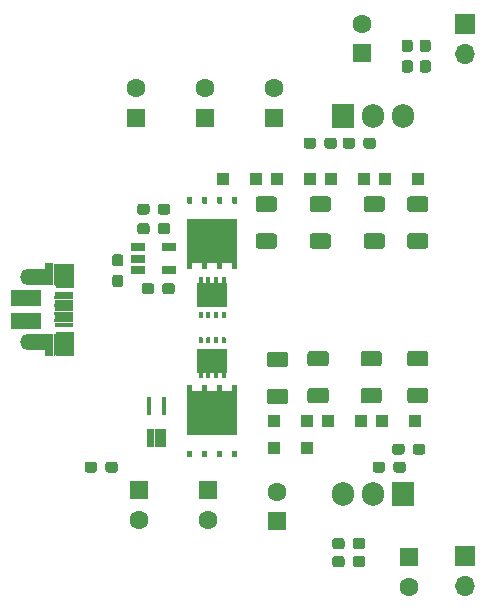
<source format=gts>
G04 #@! TF.GenerationSoftware,KiCad,Pcbnew,(5.1.10)-1*
G04 #@! TF.CreationDate,2022-01-06T01:02:44-05:00*
G04 #@! TF.ProjectId,Charge_Pump,43686172-6765-45f5-9075-6d702e6b6963,rev?*
G04 #@! TF.SameCoordinates,Original*
G04 #@! TF.FileFunction,Soldermask,Top*
G04 #@! TF.FilePolarity,Negative*
%FSLAX46Y46*%
G04 Gerber Fmt 4.6, Leading zero omitted, Abs format (unit mm)*
G04 Created by KiCad (PCBNEW (5.1.10)-1) date 2022-01-06 01:02:44*
%MOMM*%
%LPD*%
G01*
G04 APERTURE LIST*
%ADD10O,1.700000X1.700000*%
%ADD11R,1.700000X1.700000*%
%ADD12R,1.220000X0.650000*%
%ADD13C,1.600000*%
%ADD14R,1.600000X1.600000*%
%ADD15O,1.905000X2.000000*%
%ADD16R,1.905000X2.000000*%
%ADD17R,2.500000X1.430000*%
%ADD18O,1.700000X1.350000*%
%ADD19O,1.500000X1.100000*%
%ADD20R,1.650000X0.400000*%
%ADD21R,1.500000X2.000000*%
%ADD22R,0.700000X1.825000*%
%ADD23R,2.000000X1.350000*%
%ADD24R,1.100000X1.100000*%
%ADD25R,4.250000X3.820000*%
%ADD26R,2.590000X2.000000*%
%ADD27R,0.400000X1.500000*%
%ADD28C,0.100000*%
G04 APERTURE END LIST*
D10*
X195400000Y-127700000D03*
D11*
X195400000Y-125160000D03*
D12*
X170347000Y-98999000D03*
X170347000Y-100899000D03*
X167727000Y-100899000D03*
X167727000Y-99949000D03*
X167727000Y-98999000D03*
D13*
X173609000Y-122072000D03*
D14*
X173609000Y-119572000D03*
D10*
X195400000Y-82640000D03*
D11*
X195400000Y-80100000D03*
D15*
X185039000Y-119888000D03*
X187579000Y-119888000D03*
D16*
X190119000Y-119888000D03*
D15*
X190119000Y-87884000D03*
X187579000Y-87884000D03*
D16*
X185039000Y-87884000D03*
D17*
X158254000Y-105202000D03*
X158254000Y-103282000D03*
D18*
X158524000Y-106972000D03*
X158524000Y-101512000D03*
D19*
X161524000Y-106662000D03*
X161524000Y-101822000D03*
D20*
X161404000Y-105542000D03*
X161404000Y-104892000D03*
X161404000Y-104242000D03*
X161404000Y-103592000D03*
X161404000Y-102942000D03*
D21*
X161524000Y-107142000D03*
X161504000Y-101392000D03*
D22*
X160204000Y-107242000D03*
X160204000Y-101292000D03*
D23*
X159454000Y-101512000D03*
X159454000Y-106992000D03*
D24*
X188592000Y-93218000D03*
X191392000Y-93218000D03*
X191138000Y-113665000D03*
X188338000Y-113665000D03*
X184020000Y-93218000D03*
X186820000Y-93218000D03*
X186566000Y-113665000D03*
X183766000Y-113665000D03*
X179448000Y-93218000D03*
X182248000Y-93218000D03*
X181994000Y-113665000D03*
X179194000Y-113665000D03*
X179194000Y-115951000D03*
X181994000Y-115951000D03*
X174876000Y-93218000D03*
X177676000Y-93218000D03*
G36*
G01*
X190738999Y-97801000D02*
X192039001Y-97801000D01*
G75*
G02*
X192289000Y-98050999I0J-249999D01*
G01*
X192289000Y-98876001D01*
G75*
G02*
X192039001Y-99126000I-249999J0D01*
G01*
X190738999Y-99126000D01*
G75*
G02*
X190489000Y-98876001I0J249999D01*
G01*
X190489000Y-98050999D01*
G75*
G02*
X190738999Y-97801000I249999J0D01*
G01*
G37*
G36*
G01*
X190738999Y-94676000D02*
X192039001Y-94676000D01*
G75*
G02*
X192289000Y-94925999I0J-249999D01*
G01*
X192289000Y-95751001D01*
G75*
G02*
X192039001Y-96001000I-249999J0D01*
G01*
X190738999Y-96001000D01*
G75*
G02*
X190489000Y-95751001I0J249999D01*
G01*
X190489000Y-94925999D01*
G75*
G02*
X190738999Y-94676000I249999J0D01*
G01*
G37*
G36*
G01*
X190738999Y-110882000D02*
X192039001Y-110882000D01*
G75*
G02*
X192289000Y-111131999I0J-249999D01*
G01*
X192289000Y-111957001D01*
G75*
G02*
X192039001Y-112207000I-249999J0D01*
G01*
X190738999Y-112207000D01*
G75*
G02*
X190489000Y-111957001I0J249999D01*
G01*
X190489000Y-111131999D01*
G75*
G02*
X190738999Y-110882000I249999J0D01*
G01*
G37*
G36*
G01*
X190738999Y-107757000D02*
X192039001Y-107757000D01*
G75*
G02*
X192289000Y-108006999I0J-249999D01*
G01*
X192289000Y-108832001D01*
G75*
G02*
X192039001Y-109082000I-249999J0D01*
G01*
X190738999Y-109082000D01*
G75*
G02*
X190489000Y-108832001I0J249999D01*
G01*
X190489000Y-108006999D01*
G75*
G02*
X190738999Y-107757000I249999J0D01*
G01*
G37*
G36*
G01*
X187055999Y-97801000D02*
X188356001Y-97801000D01*
G75*
G02*
X188606000Y-98050999I0J-249999D01*
G01*
X188606000Y-98876001D01*
G75*
G02*
X188356001Y-99126000I-249999J0D01*
G01*
X187055999Y-99126000D01*
G75*
G02*
X186806000Y-98876001I0J249999D01*
G01*
X186806000Y-98050999D01*
G75*
G02*
X187055999Y-97801000I249999J0D01*
G01*
G37*
G36*
G01*
X187055999Y-94676000D02*
X188356001Y-94676000D01*
G75*
G02*
X188606000Y-94925999I0J-249999D01*
G01*
X188606000Y-95751001D01*
G75*
G02*
X188356001Y-96001000I-249999J0D01*
G01*
X187055999Y-96001000D01*
G75*
G02*
X186806000Y-95751001I0J249999D01*
G01*
X186806000Y-94925999D01*
G75*
G02*
X187055999Y-94676000I249999J0D01*
G01*
G37*
G36*
G01*
X186801999Y-110882000D02*
X188102001Y-110882000D01*
G75*
G02*
X188352000Y-111131999I0J-249999D01*
G01*
X188352000Y-111957001D01*
G75*
G02*
X188102001Y-112207000I-249999J0D01*
G01*
X186801999Y-112207000D01*
G75*
G02*
X186552000Y-111957001I0J249999D01*
G01*
X186552000Y-111131999D01*
G75*
G02*
X186801999Y-110882000I249999J0D01*
G01*
G37*
G36*
G01*
X186801999Y-107757000D02*
X188102001Y-107757000D01*
G75*
G02*
X188352000Y-108006999I0J-249999D01*
G01*
X188352000Y-108832001D01*
G75*
G02*
X188102001Y-109082000I-249999J0D01*
G01*
X186801999Y-109082000D01*
G75*
G02*
X186552000Y-108832001I0J249999D01*
G01*
X186552000Y-108006999D01*
G75*
G02*
X186801999Y-107757000I249999J0D01*
G01*
G37*
G36*
G01*
X182483999Y-97801000D02*
X183784001Y-97801000D01*
G75*
G02*
X184034000Y-98050999I0J-249999D01*
G01*
X184034000Y-98876001D01*
G75*
G02*
X183784001Y-99126000I-249999J0D01*
G01*
X182483999Y-99126000D01*
G75*
G02*
X182234000Y-98876001I0J249999D01*
G01*
X182234000Y-98050999D01*
G75*
G02*
X182483999Y-97801000I249999J0D01*
G01*
G37*
G36*
G01*
X182483999Y-94676000D02*
X183784001Y-94676000D01*
G75*
G02*
X184034000Y-94925999I0J-249999D01*
G01*
X184034000Y-95751001D01*
G75*
G02*
X183784001Y-96001000I-249999J0D01*
G01*
X182483999Y-96001000D01*
G75*
G02*
X182234000Y-95751001I0J249999D01*
G01*
X182234000Y-94925999D01*
G75*
G02*
X182483999Y-94676000I249999J0D01*
G01*
G37*
G36*
G01*
X182303999Y-110882000D02*
X183604001Y-110882000D01*
G75*
G02*
X183854000Y-111131999I0J-249999D01*
G01*
X183854000Y-111957001D01*
G75*
G02*
X183604001Y-112207000I-249999J0D01*
G01*
X182303999Y-112207000D01*
G75*
G02*
X182054000Y-111957001I0J249999D01*
G01*
X182054000Y-111131999D01*
G75*
G02*
X182303999Y-110882000I249999J0D01*
G01*
G37*
G36*
G01*
X182303999Y-107757000D02*
X183604001Y-107757000D01*
G75*
G02*
X183854000Y-108006999I0J-249999D01*
G01*
X183854000Y-108832001D01*
G75*
G02*
X183604001Y-109082000I-249999J0D01*
G01*
X182303999Y-109082000D01*
G75*
G02*
X182054000Y-108832001I0J249999D01*
G01*
X182054000Y-108006999D01*
G75*
G02*
X182303999Y-107757000I249999J0D01*
G01*
G37*
G36*
G01*
X178874999Y-110947000D02*
X180175001Y-110947000D01*
G75*
G02*
X180425000Y-111196999I0J-249999D01*
G01*
X180425000Y-112022001D01*
G75*
G02*
X180175001Y-112272000I-249999J0D01*
G01*
X178874999Y-112272000D01*
G75*
G02*
X178625000Y-112022001I0J249999D01*
G01*
X178625000Y-111196999D01*
G75*
G02*
X178874999Y-110947000I249999J0D01*
G01*
G37*
G36*
G01*
X178874999Y-107822000D02*
X180175001Y-107822000D01*
G75*
G02*
X180425000Y-108071999I0J-249999D01*
G01*
X180425000Y-108897001D01*
G75*
G02*
X180175001Y-109147000I-249999J0D01*
G01*
X178874999Y-109147000D01*
G75*
G02*
X178625000Y-108897001I0J249999D01*
G01*
X178625000Y-108071999D01*
G75*
G02*
X178874999Y-107822000I249999J0D01*
G01*
G37*
G36*
G01*
X177911999Y-97801000D02*
X179212001Y-97801000D01*
G75*
G02*
X179462000Y-98050999I0J-249999D01*
G01*
X179462000Y-98876001D01*
G75*
G02*
X179212001Y-99126000I-249999J0D01*
G01*
X177911999Y-99126000D01*
G75*
G02*
X177662000Y-98876001I0J249999D01*
G01*
X177662000Y-98050999D01*
G75*
G02*
X177911999Y-97801000I249999J0D01*
G01*
G37*
G36*
G01*
X177911999Y-94676000D02*
X179212001Y-94676000D01*
G75*
G02*
X179462000Y-94925999I0J-249999D01*
G01*
X179462000Y-95751001D01*
G75*
G02*
X179212001Y-96001000I-249999J0D01*
G01*
X177911999Y-96001000D01*
G75*
G02*
X177662000Y-95751001I0J249999D01*
G01*
X177662000Y-94925999D01*
G75*
G02*
X177911999Y-94676000I249999J0D01*
G01*
G37*
G36*
G01*
X170818000Y-102251500D02*
X170818000Y-102726500D01*
G75*
G02*
X170580500Y-102964000I-237500J0D01*
G01*
X170005500Y-102964000D01*
G75*
G02*
X169768000Y-102726500I0J237500D01*
G01*
X169768000Y-102251500D01*
G75*
G02*
X170005500Y-102014000I237500J0D01*
G01*
X170580500Y-102014000D01*
G75*
G02*
X170818000Y-102251500I0J-237500D01*
G01*
G37*
G36*
G01*
X169068000Y-102251500D02*
X169068000Y-102726500D01*
G75*
G02*
X168830500Y-102964000I-237500J0D01*
G01*
X168255500Y-102964000D01*
G75*
G02*
X168018000Y-102726500I0J237500D01*
G01*
X168018000Y-102251500D01*
G75*
G02*
X168255500Y-102014000I237500J0D01*
G01*
X168830500Y-102014000D01*
G75*
G02*
X169068000Y-102251500I0J-237500D01*
G01*
G37*
G36*
G01*
X167637000Y-97646500D02*
X167637000Y-97171500D01*
G75*
G02*
X167874500Y-96934000I237500J0D01*
G01*
X168449500Y-96934000D01*
G75*
G02*
X168687000Y-97171500I0J-237500D01*
G01*
X168687000Y-97646500D01*
G75*
G02*
X168449500Y-97884000I-237500J0D01*
G01*
X167874500Y-97884000D01*
G75*
G02*
X167637000Y-97646500I0J237500D01*
G01*
G37*
G36*
G01*
X169387000Y-97646500D02*
X169387000Y-97171500D01*
G75*
G02*
X169624500Y-96934000I237500J0D01*
G01*
X170199500Y-96934000D01*
G75*
G02*
X170437000Y-97171500I0J-237500D01*
G01*
X170437000Y-97646500D01*
G75*
G02*
X170199500Y-97884000I-237500J0D01*
G01*
X169624500Y-97884000D01*
G75*
G02*
X169387000Y-97646500I0J237500D01*
G01*
G37*
G36*
G01*
X165751500Y-101315000D02*
X166226500Y-101315000D01*
G75*
G02*
X166464000Y-101552500I0J-237500D01*
G01*
X166464000Y-102127500D01*
G75*
G02*
X166226500Y-102365000I-237500J0D01*
G01*
X165751500Y-102365000D01*
G75*
G02*
X165514000Y-102127500I0J237500D01*
G01*
X165514000Y-101552500D01*
G75*
G02*
X165751500Y-101315000I237500J0D01*
G01*
G37*
G36*
G01*
X165751500Y-99565000D02*
X166226500Y-99565000D01*
G75*
G02*
X166464000Y-99802500I0J-237500D01*
G01*
X166464000Y-100377500D01*
G75*
G02*
X166226500Y-100615000I-237500J0D01*
G01*
X165751500Y-100615000D01*
G75*
G02*
X165514000Y-100377500I0J237500D01*
G01*
X165514000Y-99802500D01*
G75*
G02*
X165751500Y-99565000I237500J0D01*
G01*
G37*
D14*
X167513000Y-88036000D03*
D13*
X167513000Y-85536000D03*
D14*
X167767000Y-119572000D03*
D13*
X167767000Y-122072000D03*
X173355000Y-85536000D03*
D14*
X173355000Y-88036000D03*
G36*
G01*
X167637000Y-95995500D02*
X167637000Y-95520500D01*
G75*
G02*
X167874500Y-95283000I237500J0D01*
G01*
X168449500Y-95283000D01*
G75*
G02*
X168687000Y-95520500I0J-237500D01*
G01*
X168687000Y-95995500D01*
G75*
G02*
X168449500Y-96233000I-237500J0D01*
G01*
X167874500Y-96233000D01*
G75*
G02*
X167637000Y-95995500I0J237500D01*
G01*
G37*
G36*
G01*
X169387000Y-95995500D02*
X169387000Y-95520500D01*
G75*
G02*
X169624500Y-95283000I237500J0D01*
G01*
X170199500Y-95283000D01*
G75*
G02*
X170437000Y-95520500I0J-237500D01*
G01*
X170437000Y-95995500D01*
G75*
G02*
X170199500Y-96233000I-237500J0D01*
G01*
X169624500Y-96233000D01*
G75*
G02*
X169387000Y-95995500I0J237500D01*
G01*
G37*
G36*
G01*
X164242000Y-117364500D02*
X164242000Y-117839500D01*
G75*
G02*
X164004500Y-118077000I-237500J0D01*
G01*
X163429500Y-118077000D01*
G75*
G02*
X163192000Y-117839500I0J237500D01*
G01*
X163192000Y-117364500D01*
G75*
G02*
X163429500Y-117127000I237500J0D01*
G01*
X164004500Y-117127000D01*
G75*
G02*
X164242000Y-117364500I0J-237500D01*
G01*
G37*
G36*
G01*
X165992000Y-117364500D02*
X165992000Y-117839500D01*
G75*
G02*
X165754500Y-118077000I-237500J0D01*
G01*
X165179500Y-118077000D01*
G75*
G02*
X164942000Y-117839500I0J237500D01*
G01*
X164942000Y-117364500D01*
G75*
G02*
X165179500Y-117127000I237500J0D01*
G01*
X165754500Y-117127000D01*
G75*
G02*
X165992000Y-117364500I0J-237500D01*
G01*
G37*
X179451000Y-122174000D03*
D13*
X179451000Y-119674000D03*
X179197000Y-85511000D03*
D14*
X179197000Y-88011000D03*
G36*
G01*
X190277000Y-115840500D02*
X190277000Y-116315500D01*
G75*
G02*
X190039500Y-116553000I-237500J0D01*
G01*
X189464500Y-116553000D01*
G75*
G02*
X189227000Y-116315500I0J237500D01*
G01*
X189227000Y-115840500D01*
G75*
G02*
X189464500Y-115603000I237500J0D01*
G01*
X190039500Y-115603000D01*
G75*
G02*
X190277000Y-115840500I0J-237500D01*
G01*
G37*
G36*
G01*
X192027000Y-115840500D02*
X192027000Y-116315500D01*
G75*
G02*
X191789500Y-116553000I-237500J0D01*
G01*
X191214500Y-116553000D01*
G75*
G02*
X190977000Y-116315500I0J237500D01*
G01*
X190977000Y-115840500D01*
G75*
G02*
X191214500Y-115603000I237500J0D01*
G01*
X191789500Y-115603000D01*
G75*
G02*
X192027000Y-115840500I0J-237500D01*
G01*
G37*
G36*
G01*
X184534000Y-89932500D02*
X184534000Y-90407500D01*
G75*
G02*
X184296500Y-90645000I-237500J0D01*
G01*
X183721500Y-90645000D01*
G75*
G02*
X183484000Y-90407500I0J237500D01*
G01*
X183484000Y-89932500D01*
G75*
G02*
X183721500Y-89695000I237500J0D01*
G01*
X184296500Y-89695000D01*
G75*
G02*
X184534000Y-89932500I0J-237500D01*
G01*
G37*
G36*
G01*
X182784000Y-89932500D02*
X182784000Y-90407500D01*
G75*
G02*
X182546500Y-90645000I-237500J0D01*
G01*
X181971500Y-90645000D01*
G75*
G02*
X181734000Y-90407500I0J237500D01*
G01*
X181734000Y-89932500D01*
G75*
G02*
X181971500Y-89695000I237500J0D01*
G01*
X182546500Y-89695000D01*
G75*
G02*
X182784000Y-89932500I0J-237500D01*
G01*
G37*
G36*
G01*
X186786000Y-90407500D02*
X186786000Y-89932500D01*
G75*
G02*
X187023500Y-89695000I237500J0D01*
G01*
X187598500Y-89695000D01*
G75*
G02*
X187836000Y-89932500I0J-237500D01*
G01*
X187836000Y-90407500D01*
G75*
G02*
X187598500Y-90645000I-237500J0D01*
G01*
X187023500Y-90645000D01*
G75*
G02*
X186786000Y-90407500I0J237500D01*
G01*
G37*
G36*
G01*
X185036000Y-90407500D02*
X185036000Y-89932500D01*
G75*
G02*
X185273500Y-89695000I237500J0D01*
G01*
X185848500Y-89695000D01*
G75*
G02*
X186086000Y-89932500I0J-237500D01*
G01*
X186086000Y-90407500D01*
G75*
G02*
X185848500Y-90645000I-237500J0D01*
G01*
X185273500Y-90645000D01*
G75*
G02*
X185036000Y-90407500I0J237500D01*
G01*
G37*
G36*
G01*
X188626000Y-117364500D02*
X188626000Y-117839500D01*
G75*
G02*
X188388500Y-118077000I-237500J0D01*
G01*
X187813500Y-118077000D01*
G75*
G02*
X187576000Y-117839500I0J237500D01*
G01*
X187576000Y-117364500D01*
G75*
G02*
X187813500Y-117127000I237500J0D01*
G01*
X188388500Y-117127000D01*
G75*
G02*
X188626000Y-117364500I0J-237500D01*
G01*
G37*
G36*
G01*
X190376000Y-117364500D02*
X190376000Y-117839500D01*
G75*
G02*
X190138500Y-118077000I-237500J0D01*
G01*
X189563500Y-118077000D01*
G75*
G02*
X189326000Y-117839500I0J237500D01*
G01*
X189326000Y-117364500D01*
G75*
G02*
X189563500Y-117127000I237500J0D01*
G01*
X190138500Y-117127000D01*
G75*
G02*
X190376000Y-117364500I0J-237500D01*
G01*
G37*
G36*
G01*
X192261500Y-84204000D02*
X191786500Y-84204000D01*
G75*
G02*
X191549000Y-83966500I0J237500D01*
G01*
X191549000Y-83391500D01*
G75*
G02*
X191786500Y-83154000I237500J0D01*
G01*
X192261500Y-83154000D01*
G75*
G02*
X192499000Y-83391500I0J-237500D01*
G01*
X192499000Y-83966500D01*
G75*
G02*
X192261500Y-84204000I-237500J0D01*
G01*
G37*
G36*
G01*
X192261500Y-82454000D02*
X191786500Y-82454000D01*
G75*
G02*
X191549000Y-82216500I0J237500D01*
G01*
X191549000Y-81641500D01*
G75*
G02*
X191786500Y-81404000I237500J0D01*
G01*
X192261500Y-81404000D01*
G75*
G02*
X192499000Y-81641500I0J-237500D01*
G01*
X192499000Y-82216500D01*
G75*
G02*
X192261500Y-82454000I-237500J0D01*
G01*
G37*
G36*
G01*
X186947000Y-123841500D02*
X186947000Y-124316500D01*
G75*
G02*
X186709500Y-124554000I-237500J0D01*
G01*
X186134500Y-124554000D01*
G75*
G02*
X185897000Y-124316500I0J237500D01*
G01*
X185897000Y-123841500D01*
G75*
G02*
X186134500Y-123604000I237500J0D01*
G01*
X186709500Y-123604000D01*
G75*
G02*
X186947000Y-123841500I0J-237500D01*
G01*
G37*
G36*
G01*
X185197000Y-123841500D02*
X185197000Y-124316500D01*
G75*
G02*
X184959500Y-124554000I-237500J0D01*
G01*
X184384500Y-124554000D01*
G75*
G02*
X184147000Y-124316500I0J237500D01*
G01*
X184147000Y-123841500D01*
G75*
G02*
X184384500Y-123604000I237500J0D01*
G01*
X184959500Y-123604000D01*
G75*
G02*
X185197000Y-123841500I0J-237500D01*
G01*
G37*
G36*
G01*
X190737500Y-82454000D02*
X190262500Y-82454000D01*
G75*
G02*
X190025000Y-82216500I0J237500D01*
G01*
X190025000Y-81641500D01*
G75*
G02*
X190262500Y-81404000I237500J0D01*
G01*
X190737500Y-81404000D01*
G75*
G02*
X190975000Y-81641500I0J-237500D01*
G01*
X190975000Y-82216500D01*
G75*
G02*
X190737500Y-82454000I-237500J0D01*
G01*
G37*
G36*
G01*
X190737500Y-84204000D02*
X190262500Y-84204000D01*
G75*
G02*
X190025000Y-83966500I0J237500D01*
G01*
X190025000Y-83391500D01*
G75*
G02*
X190262500Y-83154000I237500J0D01*
G01*
X190737500Y-83154000D01*
G75*
G02*
X190975000Y-83391500I0J-237500D01*
G01*
X190975000Y-83966500D01*
G75*
G02*
X190737500Y-84204000I-237500J0D01*
G01*
G37*
G36*
G01*
X186947000Y-125365500D02*
X186947000Y-125840500D01*
G75*
G02*
X186709500Y-126078000I-237500J0D01*
G01*
X186134500Y-126078000D01*
G75*
G02*
X185897000Y-125840500I0J237500D01*
G01*
X185897000Y-125365500D01*
G75*
G02*
X186134500Y-125128000I237500J0D01*
G01*
X186709500Y-125128000D01*
G75*
G02*
X186947000Y-125365500I0J-237500D01*
G01*
G37*
G36*
G01*
X185197000Y-125365500D02*
X185197000Y-125840500D01*
G75*
G02*
X184959500Y-126078000I-237500J0D01*
G01*
X184384500Y-126078000D01*
G75*
G02*
X184147000Y-125840500I0J237500D01*
G01*
X184147000Y-125365500D01*
G75*
G02*
X184384500Y-125128000I237500J0D01*
G01*
X184959500Y-125128000D01*
G75*
G02*
X185197000Y-125365500I0J-237500D01*
G01*
G37*
D13*
X186690000Y-80050000D03*
D14*
X186690000Y-82550000D03*
X190627000Y-125222000D03*
D13*
X190627000Y-127722000D03*
D25*
X173990000Y-98460000D03*
G36*
G01*
X171885000Y-100825000D02*
X171885000Y-100325000D01*
G75*
G02*
X171925000Y-100285000I40000J0D01*
G01*
X172245000Y-100285000D01*
G75*
G02*
X172285000Y-100325000I0J-40000D01*
G01*
X172285000Y-100825000D01*
G75*
G02*
X172245000Y-100865000I-40000J0D01*
G01*
X171925000Y-100865000D01*
G75*
G02*
X171885000Y-100825000I0J40000D01*
G01*
G37*
G36*
G01*
X173155000Y-100825000D02*
X173155000Y-100325000D01*
G75*
G02*
X173195000Y-100285000I40000J0D01*
G01*
X173515000Y-100285000D01*
G75*
G02*
X173555000Y-100325000I0J-40000D01*
G01*
X173555000Y-100825000D01*
G75*
G02*
X173515000Y-100865000I-40000J0D01*
G01*
X173195000Y-100865000D01*
G75*
G02*
X173155000Y-100825000I0J40000D01*
G01*
G37*
G36*
G01*
X174425000Y-100825000D02*
X174425000Y-100325000D01*
G75*
G02*
X174465000Y-100285000I40000J0D01*
G01*
X174785000Y-100285000D01*
G75*
G02*
X174825000Y-100325000I0J-40000D01*
G01*
X174825000Y-100825000D01*
G75*
G02*
X174785000Y-100865000I-40000J0D01*
G01*
X174465000Y-100865000D01*
G75*
G02*
X174425000Y-100825000I0J40000D01*
G01*
G37*
G36*
G01*
X175695000Y-100825000D02*
X175695000Y-100325000D01*
G75*
G02*
X175735000Y-100285000I40000J0D01*
G01*
X176055000Y-100285000D01*
G75*
G02*
X176095000Y-100325000I0J-40000D01*
G01*
X176095000Y-100825000D01*
G75*
G02*
X176055000Y-100865000I-40000J0D01*
G01*
X175735000Y-100865000D01*
G75*
G02*
X175695000Y-100825000I0J40000D01*
G01*
G37*
G36*
G01*
X171885000Y-95255000D02*
X171885000Y-94755000D01*
G75*
G02*
X171925000Y-94715000I40000J0D01*
G01*
X172245000Y-94715000D01*
G75*
G02*
X172285000Y-94755000I0J-40000D01*
G01*
X172285000Y-95255000D01*
G75*
G02*
X172245000Y-95295000I-40000J0D01*
G01*
X171925000Y-95295000D01*
G75*
G02*
X171885000Y-95255000I0J40000D01*
G01*
G37*
G36*
G01*
X173155000Y-95255000D02*
X173155000Y-94755000D01*
G75*
G02*
X173195000Y-94715000I40000J0D01*
G01*
X173515000Y-94715000D01*
G75*
G02*
X173555000Y-94755000I0J-40000D01*
G01*
X173555000Y-95255000D01*
G75*
G02*
X173515000Y-95295000I-40000J0D01*
G01*
X173195000Y-95295000D01*
G75*
G02*
X173155000Y-95255000I0J40000D01*
G01*
G37*
G36*
G01*
X174425000Y-95255000D02*
X174425000Y-94755000D01*
G75*
G02*
X174465000Y-94715000I40000J0D01*
G01*
X174785000Y-94715000D01*
G75*
G02*
X174825000Y-94755000I0J-40000D01*
G01*
X174825000Y-95255000D01*
G75*
G02*
X174785000Y-95295000I-40000J0D01*
G01*
X174465000Y-95295000D01*
G75*
G02*
X174425000Y-95255000I0J40000D01*
G01*
G37*
G36*
G01*
X175695000Y-95255000D02*
X175695000Y-94755000D01*
G75*
G02*
X175735000Y-94715000I40000J0D01*
G01*
X176055000Y-94715000D01*
G75*
G02*
X176095000Y-94755000I0J-40000D01*
G01*
X176095000Y-95255000D01*
G75*
G02*
X176055000Y-95295000I-40000J0D01*
G01*
X175735000Y-95295000D01*
G75*
G02*
X175695000Y-95255000I0J40000D01*
G01*
G37*
G36*
G01*
X172285000Y-116235000D02*
X172285000Y-116735000D01*
G75*
G02*
X172245000Y-116775000I-40000J0D01*
G01*
X171925000Y-116775000D01*
G75*
G02*
X171885000Y-116735000I0J40000D01*
G01*
X171885000Y-116235000D01*
G75*
G02*
X171925000Y-116195000I40000J0D01*
G01*
X172245000Y-116195000D01*
G75*
G02*
X172285000Y-116235000I0J-40000D01*
G01*
G37*
G36*
G01*
X173555000Y-116235000D02*
X173555000Y-116735000D01*
G75*
G02*
X173515000Y-116775000I-40000J0D01*
G01*
X173195000Y-116775000D01*
G75*
G02*
X173155000Y-116735000I0J40000D01*
G01*
X173155000Y-116235000D01*
G75*
G02*
X173195000Y-116195000I40000J0D01*
G01*
X173515000Y-116195000D01*
G75*
G02*
X173555000Y-116235000I0J-40000D01*
G01*
G37*
G36*
G01*
X174825000Y-116235000D02*
X174825000Y-116735000D01*
G75*
G02*
X174785000Y-116775000I-40000J0D01*
G01*
X174465000Y-116775000D01*
G75*
G02*
X174425000Y-116735000I0J40000D01*
G01*
X174425000Y-116235000D01*
G75*
G02*
X174465000Y-116195000I40000J0D01*
G01*
X174785000Y-116195000D01*
G75*
G02*
X174825000Y-116235000I0J-40000D01*
G01*
G37*
G36*
G01*
X176095000Y-116235000D02*
X176095000Y-116735000D01*
G75*
G02*
X176055000Y-116775000I-40000J0D01*
G01*
X175735000Y-116775000D01*
G75*
G02*
X175695000Y-116735000I0J40000D01*
G01*
X175695000Y-116235000D01*
G75*
G02*
X175735000Y-116195000I40000J0D01*
G01*
X176055000Y-116195000D01*
G75*
G02*
X176095000Y-116235000I0J-40000D01*
G01*
G37*
G36*
G01*
X172285000Y-110665000D02*
X172285000Y-111165000D01*
G75*
G02*
X172245000Y-111205000I-40000J0D01*
G01*
X171925000Y-111205000D01*
G75*
G02*
X171885000Y-111165000I0J40000D01*
G01*
X171885000Y-110665000D01*
G75*
G02*
X171925000Y-110625000I40000J0D01*
G01*
X172245000Y-110625000D01*
G75*
G02*
X172285000Y-110665000I0J-40000D01*
G01*
G37*
G36*
G01*
X173555000Y-110665000D02*
X173555000Y-111165000D01*
G75*
G02*
X173515000Y-111205000I-40000J0D01*
G01*
X173195000Y-111205000D01*
G75*
G02*
X173155000Y-111165000I0J40000D01*
G01*
X173155000Y-110665000D01*
G75*
G02*
X173195000Y-110625000I40000J0D01*
G01*
X173515000Y-110625000D01*
G75*
G02*
X173555000Y-110665000I0J-40000D01*
G01*
G37*
G36*
G01*
X174825000Y-110665000D02*
X174825000Y-111165000D01*
G75*
G02*
X174785000Y-111205000I-40000J0D01*
G01*
X174465000Y-111205000D01*
G75*
G02*
X174425000Y-111165000I0J40000D01*
G01*
X174425000Y-110665000D01*
G75*
G02*
X174465000Y-110625000I40000J0D01*
G01*
X174785000Y-110625000D01*
G75*
G02*
X174825000Y-110665000I0J-40000D01*
G01*
G37*
G36*
G01*
X176095000Y-110665000D02*
X176095000Y-111165000D01*
G75*
G02*
X176055000Y-111205000I-40000J0D01*
G01*
X175735000Y-111205000D01*
G75*
G02*
X175695000Y-111165000I0J40000D01*
G01*
X175695000Y-110665000D01*
G75*
G02*
X175735000Y-110625000I40000J0D01*
G01*
X176055000Y-110625000D01*
G75*
G02*
X176095000Y-110665000I0J-40000D01*
G01*
G37*
X173990000Y-113030000D03*
D26*
X173990000Y-102997000D03*
G36*
G01*
X175140000Y-101547000D02*
X175140000Y-101977000D01*
G75*
G02*
X175105000Y-102012000I-35000J0D01*
G01*
X174825000Y-102012000D01*
G75*
G02*
X174790000Y-101977000I0J35000D01*
G01*
X174790000Y-101547000D01*
G75*
G02*
X174825000Y-101512000I35000J0D01*
G01*
X175105000Y-101512000D01*
G75*
G02*
X175140000Y-101547000I0J-35000D01*
G01*
G37*
G36*
G01*
X174490000Y-101547000D02*
X174490000Y-101977000D01*
G75*
G02*
X174455000Y-102012000I-35000J0D01*
G01*
X174175000Y-102012000D01*
G75*
G02*
X174140000Y-101977000I0J35000D01*
G01*
X174140000Y-101547000D01*
G75*
G02*
X174175000Y-101512000I35000J0D01*
G01*
X174455000Y-101512000D01*
G75*
G02*
X174490000Y-101547000I0J-35000D01*
G01*
G37*
G36*
G01*
X173840000Y-101547000D02*
X173840000Y-101977000D01*
G75*
G02*
X173805000Y-102012000I-35000J0D01*
G01*
X173525000Y-102012000D01*
G75*
G02*
X173490000Y-101977000I0J35000D01*
G01*
X173490000Y-101547000D01*
G75*
G02*
X173525000Y-101512000I35000J0D01*
G01*
X173805000Y-101512000D01*
G75*
G02*
X173840000Y-101547000I0J-35000D01*
G01*
G37*
G36*
G01*
X173190000Y-101547000D02*
X173190000Y-101977000D01*
G75*
G02*
X173155000Y-102012000I-35000J0D01*
G01*
X172875000Y-102012000D01*
G75*
G02*
X172840000Y-101977000I0J35000D01*
G01*
X172840000Y-101547000D01*
G75*
G02*
X172875000Y-101512000I35000J0D01*
G01*
X173155000Y-101512000D01*
G75*
G02*
X173190000Y-101547000I0J-35000D01*
G01*
G37*
G36*
G01*
X175140000Y-104497000D02*
X175140000Y-104927000D01*
G75*
G02*
X175105000Y-104962000I-35000J0D01*
G01*
X174825000Y-104962000D01*
G75*
G02*
X174790000Y-104927000I0J35000D01*
G01*
X174790000Y-104497000D01*
G75*
G02*
X174825000Y-104462000I35000J0D01*
G01*
X175105000Y-104462000D01*
G75*
G02*
X175140000Y-104497000I0J-35000D01*
G01*
G37*
G36*
G01*
X174490000Y-104497000D02*
X174490000Y-104927000D01*
G75*
G02*
X174455000Y-104962000I-35000J0D01*
G01*
X174175000Y-104962000D01*
G75*
G02*
X174140000Y-104927000I0J35000D01*
G01*
X174140000Y-104497000D01*
G75*
G02*
X174175000Y-104462000I35000J0D01*
G01*
X174455000Y-104462000D01*
G75*
G02*
X174490000Y-104497000I0J-35000D01*
G01*
G37*
G36*
G01*
X173840000Y-104497000D02*
X173840000Y-104927000D01*
G75*
G02*
X173805000Y-104962000I-35000J0D01*
G01*
X173525000Y-104962000D01*
G75*
G02*
X173490000Y-104927000I0J35000D01*
G01*
X173490000Y-104497000D01*
G75*
G02*
X173525000Y-104462000I35000J0D01*
G01*
X173805000Y-104462000D01*
G75*
G02*
X173840000Y-104497000I0J-35000D01*
G01*
G37*
G36*
G01*
X173190000Y-104497000D02*
X173190000Y-104927000D01*
G75*
G02*
X173155000Y-104962000I-35000J0D01*
G01*
X172875000Y-104962000D01*
G75*
G02*
X172840000Y-104927000I0J35000D01*
G01*
X172840000Y-104497000D01*
G75*
G02*
X172875000Y-104462000I35000J0D01*
G01*
X173155000Y-104462000D01*
G75*
G02*
X173190000Y-104497000I0J-35000D01*
G01*
G37*
G36*
G01*
X174790000Y-107085000D02*
X174790000Y-106655000D01*
G75*
G02*
X174825000Y-106620000I35000J0D01*
G01*
X175105000Y-106620000D01*
G75*
G02*
X175140000Y-106655000I0J-35000D01*
G01*
X175140000Y-107085000D01*
G75*
G02*
X175105000Y-107120000I-35000J0D01*
G01*
X174825000Y-107120000D01*
G75*
G02*
X174790000Y-107085000I0J35000D01*
G01*
G37*
G36*
G01*
X174140000Y-107085000D02*
X174140000Y-106655000D01*
G75*
G02*
X174175000Y-106620000I35000J0D01*
G01*
X174455000Y-106620000D01*
G75*
G02*
X174490000Y-106655000I0J-35000D01*
G01*
X174490000Y-107085000D01*
G75*
G02*
X174455000Y-107120000I-35000J0D01*
G01*
X174175000Y-107120000D01*
G75*
G02*
X174140000Y-107085000I0J35000D01*
G01*
G37*
G36*
G01*
X173490000Y-107085000D02*
X173490000Y-106655000D01*
G75*
G02*
X173525000Y-106620000I35000J0D01*
G01*
X173805000Y-106620000D01*
G75*
G02*
X173840000Y-106655000I0J-35000D01*
G01*
X173840000Y-107085000D01*
G75*
G02*
X173805000Y-107120000I-35000J0D01*
G01*
X173525000Y-107120000D01*
G75*
G02*
X173490000Y-107085000I0J35000D01*
G01*
G37*
G36*
G01*
X172840000Y-107085000D02*
X172840000Y-106655000D01*
G75*
G02*
X172875000Y-106620000I35000J0D01*
G01*
X173155000Y-106620000D01*
G75*
G02*
X173190000Y-106655000I0J-35000D01*
G01*
X173190000Y-107085000D01*
G75*
G02*
X173155000Y-107120000I-35000J0D01*
G01*
X172875000Y-107120000D01*
G75*
G02*
X172840000Y-107085000I0J35000D01*
G01*
G37*
G36*
G01*
X174790000Y-110035000D02*
X174790000Y-109605000D01*
G75*
G02*
X174825000Y-109570000I35000J0D01*
G01*
X175105000Y-109570000D01*
G75*
G02*
X175140000Y-109605000I0J-35000D01*
G01*
X175140000Y-110035000D01*
G75*
G02*
X175105000Y-110070000I-35000J0D01*
G01*
X174825000Y-110070000D01*
G75*
G02*
X174790000Y-110035000I0J35000D01*
G01*
G37*
G36*
G01*
X174140000Y-110035000D02*
X174140000Y-109605000D01*
G75*
G02*
X174175000Y-109570000I35000J0D01*
G01*
X174455000Y-109570000D01*
G75*
G02*
X174490000Y-109605000I0J-35000D01*
G01*
X174490000Y-110035000D01*
G75*
G02*
X174455000Y-110070000I-35000J0D01*
G01*
X174175000Y-110070000D01*
G75*
G02*
X174140000Y-110035000I0J35000D01*
G01*
G37*
G36*
G01*
X173490000Y-110035000D02*
X173490000Y-109605000D01*
G75*
G02*
X173525000Y-109570000I35000J0D01*
G01*
X173805000Y-109570000D01*
G75*
G02*
X173840000Y-109605000I0J-35000D01*
G01*
X173840000Y-110035000D01*
G75*
G02*
X173805000Y-110070000I-35000J0D01*
G01*
X173525000Y-110070000D01*
G75*
G02*
X173490000Y-110035000I0J35000D01*
G01*
G37*
G36*
G01*
X172840000Y-110035000D02*
X172840000Y-109605000D01*
G75*
G02*
X172875000Y-109570000I35000J0D01*
G01*
X173155000Y-109570000D01*
G75*
G02*
X173190000Y-109605000I0J-35000D01*
G01*
X173190000Y-110035000D01*
G75*
G02*
X173155000Y-110070000I-35000J0D01*
G01*
X172875000Y-110070000D01*
G75*
G02*
X172840000Y-110035000I0J35000D01*
G01*
G37*
X173990000Y-108585000D03*
D27*
X168641000Y-115122000D03*
X169291000Y-115122000D03*
X169941000Y-115122000D03*
X169941000Y-112462000D03*
X168641000Y-112462000D03*
D28*
G36*
X169092732Y-114371000D02*
G01*
X169093000Y-114372000D01*
X169093000Y-115872000D01*
X169092000Y-115873732D01*
X169091000Y-115874000D01*
X168841000Y-115874000D01*
X168839268Y-115873000D01*
X168839000Y-115872000D01*
X168839000Y-114372000D01*
X168840000Y-114370268D01*
X168841000Y-114370000D01*
X169091000Y-114370000D01*
X169092732Y-114371000D01*
G37*
G36*
X169742732Y-114371000D02*
G01*
X169743000Y-114372000D01*
X169743000Y-115872000D01*
X169742000Y-115873732D01*
X169741000Y-115874000D01*
X169491000Y-115874000D01*
X169489268Y-115873000D01*
X169489000Y-115872000D01*
X169489000Y-114372000D01*
X169490000Y-114370268D01*
X169491000Y-114370000D01*
X169741000Y-114370000D01*
X169742732Y-114371000D01*
G37*
G36*
X160775165Y-106200875D02*
G01*
X160776000Y-106202501D01*
X160776000Y-108142000D01*
X160775000Y-108143732D01*
X160774000Y-108144000D01*
X160681093Y-108144000D01*
X160656618Y-108146410D01*
X160633168Y-108153524D01*
X160628042Y-108156264D01*
X160627099Y-108156500D01*
X160554000Y-108156500D01*
X160552268Y-108155500D01*
X160552000Y-108154500D01*
X160552000Y-106331500D01*
X160454000Y-106331500D01*
X160452268Y-106330500D01*
X160452000Y-106329500D01*
X160452000Y-106317000D01*
X160453000Y-106315268D01*
X160454000Y-106315000D01*
X160527099Y-106315000D01*
X160528042Y-106315236D01*
X160533168Y-106317976D01*
X160556618Y-106325090D01*
X160581093Y-106327500D01*
X160646907Y-106327500D01*
X160671382Y-106325090D01*
X160694832Y-106317976D01*
X160716442Y-106306426D01*
X160735382Y-106290882D01*
X160750926Y-106271942D01*
X160762476Y-106250332D01*
X160769590Y-106226882D01*
X160772010Y-106202305D01*
X160773175Y-106200679D01*
X160775165Y-106200875D01*
G37*
G36*
X162230732Y-105091000D02*
G01*
X162231000Y-105092000D01*
X162231000Y-105342000D01*
X162230000Y-105343732D01*
X162229000Y-105344000D01*
X160579000Y-105344000D01*
X160577268Y-105343000D01*
X160577000Y-105342000D01*
X160577000Y-105092000D01*
X160578000Y-105090268D01*
X160579000Y-105090000D01*
X162229000Y-105090000D01*
X162230732Y-105091000D01*
G37*
G36*
X162230732Y-104441000D02*
G01*
X162231000Y-104442000D01*
X162231000Y-104692000D01*
X162230000Y-104693732D01*
X162229000Y-104694000D01*
X160579000Y-104694000D01*
X160577268Y-104693000D01*
X160577000Y-104692000D01*
X160577000Y-104442000D01*
X160578000Y-104440268D01*
X160579000Y-104440000D01*
X162229000Y-104440000D01*
X162230732Y-104441000D01*
G37*
G36*
X162230732Y-103791000D02*
G01*
X162231000Y-103792000D01*
X162231000Y-104042000D01*
X162230000Y-104043732D01*
X162229000Y-104044000D01*
X160579000Y-104044000D01*
X160577268Y-104043000D01*
X160577000Y-104042000D01*
X160577000Y-103792000D01*
X160578000Y-103790268D01*
X160579000Y-103790000D01*
X162229000Y-103790000D01*
X162230732Y-103791000D01*
G37*
G36*
X162230732Y-103141000D02*
G01*
X162231000Y-103142000D01*
X162231000Y-103392000D01*
X162230000Y-103393732D01*
X162229000Y-103394000D01*
X160579000Y-103394000D01*
X160577268Y-103393000D01*
X160577000Y-103392000D01*
X160577000Y-103142000D01*
X160578000Y-103140268D01*
X160579000Y-103140000D01*
X162229000Y-103140000D01*
X162230732Y-103141000D01*
G37*
G36*
X160628042Y-100377736D02*
G01*
X160633168Y-100380476D01*
X160656618Y-100387590D01*
X160681093Y-100390000D01*
X160754000Y-100390000D01*
X160755732Y-100391000D01*
X160756000Y-100392000D01*
X160756000Y-102331499D01*
X160755000Y-102333231D01*
X160753000Y-102333231D01*
X160752010Y-102331695D01*
X160749590Y-102307118D01*
X160742476Y-102283668D01*
X160730926Y-102262058D01*
X160715382Y-102243118D01*
X160696442Y-102227574D01*
X160674832Y-102216024D01*
X160651382Y-102208910D01*
X160626907Y-102206500D01*
X160554000Y-102206500D01*
X160552268Y-102205500D01*
X160552000Y-102204500D01*
X160552000Y-100379500D01*
X160553000Y-100377768D01*
X160554000Y-100377500D01*
X160627099Y-100377500D01*
X160628042Y-100377736D01*
G37*
M02*

</source>
